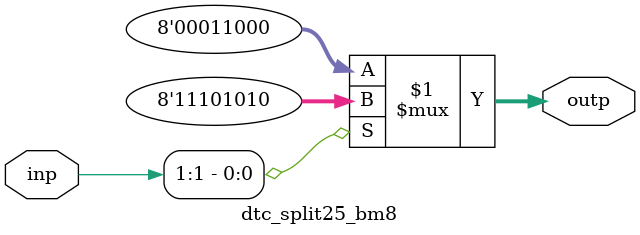
<source format=v>
module dtc_split25_bm8 (
	input  wire [8-1:0] inp,
	output wire [8-1:0] outp
);


	assign outp = (inp[1]) ? 8'b11101010 : 8'b00011000;

endmodule
</source>
